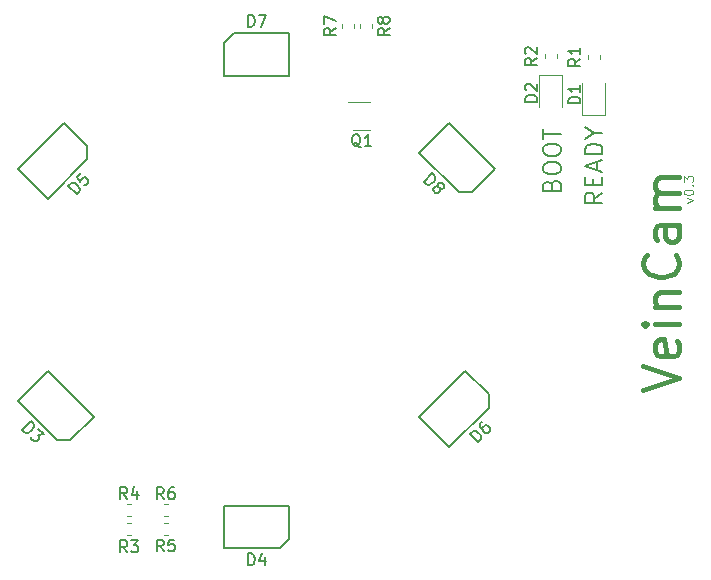
<source format=gbr>
G04 #@! TF.GenerationSoftware,KiCad,Pcbnew,(5.1.2)-1*
G04 #@! TF.CreationDate,2019-05-20T14:19:16+10:00*
G04 #@! TF.ProjectId,VeinCamHat,5665696e-4361-46d4-9861-742e6b696361,rev?*
G04 #@! TF.SameCoordinates,Original*
G04 #@! TF.FileFunction,Legend,Top*
G04 #@! TF.FilePolarity,Positive*
%FSLAX46Y46*%
G04 Gerber Fmt 4.6, Leading zero omitted, Abs format (unit mm)*
G04 Created by KiCad (PCBNEW (5.1.2)-1) date 2019-05-20 14:19:16*
%MOMM*%
%LPD*%
G04 APERTURE LIST*
%ADD10C,0.120000*%
%ADD11C,0.400000*%
%ADD12C,0.200000*%
%ADD13C,0.150000*%
G04 APERTURE END LIST*
D10*
X258428571Y-117542857D02*
X258961904Y-117352380D01*
X258428571Y-117161904D01*
X258161904Y-116704761D02*
X258161904Y-116628571D01*
X258200000Y-116552380D01*
X258238095Y-116514285D01*
X258314285Y-116476190D01*
X258466666Y-116438095D01*
X258657142Y-116438095D01*
X258809523Y-116476190D01*
X258885714Y-116514285D01*
X258923809Y-116552380D01*
X258961904Y-116628571D01*
X258961904Y-116704761D01*
X258923809Y-116780952D01*
X258885714Y-116819047D01*
X258809523Y-116857142D01*
X258657142Y-116895238D01*
X258466666Y-116895238D01*
X258314285Y-116857142D01*
X258238095Y-116819047D01*
X258200000Y-116780952D01*
X258161904Y-116704761D01*
X258885714Y-116095238D02*
X258923809Y-116057142D01*
X258961904Y-116095238D01*
X258923809Y-116133333D01*
X258885714Y-116095238D01*
X258961904Y-116095238D01*
X258161904Y-115790476D02*
X258161904Y-115295238D01*
X258466666Y-115561904D01*
X258466666Y-115447619D01*
X258504761Y-115371428D01*
X258542857Y-115333333D01*
X258619047Y-115295238D01*
X258809523Y-115295238D01*
X258885714Y-115333333D01*
X258923809Y-115371428D01*
X258961904Y-115447619D01*
X258961904Y-115676190D01*
X258923809Y-115752380D01*
X258885714Y-115790476D01*
D11*
X254757142Y-133414285D02*
X257757142Y-132414285D01*
X254757142Y-131414285D01*
X257614285Y-129271428D02*
X257757142Y-129557142D01*
X257757142Y-130128571D01*
X257614285Y-130414285D01*
X257328571Y-130557142D01*
X256185714Y-130557142D01*
X255900000Y-130414285D01*
X255757142Y-130128571D01*
X255757142Y-129557142D01*
X255900000Y-129271428D01*
X256185714Y-129128571D01*
X256471428Y-129128571D01*
X256757142Y-130557142D01*
X257757142Y-127842857D02*
X255757142Y-127842857D01*
X254757142Y-127842857D02*
X254900000Y-127985714D01*
X255042857Y-127842857D01*
X254900000Y-127700000D01*
X254757142Y-127842857D01*
X255042857Y-127842857D01*
X255757142Y-126414285D02*
X257757142Y-126414285D01*
X256042857Y-126414285D02*
X255900000Y-126271428D01*
X255757142Y-125985714D01*
X255757142Y-125557142D01*
X255900000Y-125271428D01*
X256185714Y-125128571D01*
X257757142Y-125128571D01*
X257471428Y-121985714D02*
X257614285Y-122128571D01*
X257757142Y-122557142D01*
X257757142Y-122842857D01*
X257614285Y-123271428D01*
X257328571Y-123557142D01*
X257042857Y-123700000D01*
X256471428Y-123842857D01*
X256042857Y-123842857D01*
X255471428Y-123700000D01*
X255185714Y-123557142D01*
X254900000Y-123271428D01*
X254757142Y-122842857D01*
X254757142Y-122557142D01*
X254900000Y-122128571D01*
X255042857Y-121985714D01*
X257757142Y-119414285D02*
X256185714Y-119414285D01*
X255900000Y-119557142D01*
X255757142Y-119842857D01*
X255757142Y-120414285D01*
X255900000Y-120700000D01*
X257614285Y-119414285D02*
X257757142Y-119700000D01*
X257757142Y-120414285D01*
X257614285Y-120700000D01*
X257328571Y-120842857D01*
X257042857Y-120842857D01*
X256757142Y-120700000D01*
X256614285Y-120414285D01*
X256614285Y-119700000D01*
X256471428Y-119414285D01*
X257757142Y-117985714D02*
X255757142Y-117985714D01*
X256042857Y-117985714D02*
X255900000Y-117842857D01*
X255757142Y-117557142D01*
X255757142Y-117128571D01*
X255900000Y-116842857D01*
X256185714Y-116700000D01*
X257757142Y-116700000D01*
X256185714Y-116700000D02*
X255900000Y-116557142D01*
X255757142Y-116271428D01*
X255757142Y-115842857D01*
X255900000Y-115557142D01*
X256185714Y-115414285D01*
X257757142Y-115414285D01*
D12*
X246967857Y-116060714D02*
X247039285Y-115846428D01*
X247110714Y-115775000D01*
X247253571Y-115703571D01*
X247467857Y-115703571D01*
X247610714Y-115775000D01*
X247682142Y-115846428D01*
X247753571Y-115989285D01*
X247753571Y-116560714D01*
X246253571Y-116560714D01*
X246253571Y-116060714D01*
X246325000Y-115917857D01*
X246396428Y-115846428D01*
X246539285Y-115775000D01*
X246682142Y-115775000D01*
X246825000Y-115846428D01*
X246896428Y-115917857D01*
X246967857Y-116060714D01*
X246967857Y-116560714D01*
X246253571Y-114775000D02*
X246253571Y-114489285D01*
X246325000Y-114346428D01*
X246467857Y-114203571D01*
X246753571Y-114132142D01*
X247253571Y-114132142D01*
X247539285Y-114203571D01*
X247682142Y-114346428D01*
X247753571Y-114489285D01*
X247753571Y-114775000D01*
X247682142Y-114917857D01*
X247539285Y-115060714D01*
X247253571Y-115132142D01*
X246753571Y-115132142D01*
X246467857Y-115060714D01*
X246325000Y-114917857D01*
X246253571Y-114775000D01*
X246253571Y-113203571D02*
X246253571Y-112917857D01*
X246325000Y-112775000D01*
X246467857Y-112632142D01*
X246753571Y-112560714D01*
X247253571Y-112560714D01*
X247539285Y-112632142D01*
X247682142Y-112775000D01*
X247753571Y-112917857D01*
X247753571Y-113203571D01*
X247682142Y-113346428D01*
X247539285Y-113489285D01*
X247253571Y-113560714D01*
X246753571Y-113560714D01*
X246467857Y-113489285D01*
X246325000Y-113346428D01*
X246253571Y-113203571D01*
X246253571Y-112132142D02*
X246253571Y-111275000D01*
X247753571Y-111703571D02*
X246253571Y-111703571D01*
X251278571Y-116700000D02*
X250564285Y-117200000D01*
X251278571Y-117557142D02*
X249778571Y-117557142D01*
X249778571Y-116985714D01*
X249850000Y-116842857D01*
X249921428Y-116771428D01*
X250064285Y-116700000D01*
X250278571Y-116700000D01*
X250421428Y-116771428D01*
X250492857Y-116842857D01*
X250564285Y-116985714D01*
X250564285Y-117557142D01*
X250492857Y-116057142D02*
X250492857Y-115557142D01*
X251278571Y-115342857D02*
X251278571Y-116057142D01*
X249778571Y-116057142D01*
X249778571Y-115342857D01*
X250850000Y-114771428D02*
X250850000Y-114057142D01*
X251278571Y-114914285D02*
X249778571Y-114414285D01*
X251278571Y-113914285D01*
X251278571Y-113414285D02*
X249778571Y-113414285D01*
X249778571Y-113057142D01*
X249850000Y-112842857D01*
X249992857Y-112700000D01*
X250135714Y-112628571D01*
X250421428Y-112557142D01*
X250635714Y-112557142D01*
X250921428Y-112628571D01*
X251064285Y-112700000D01*
X251207142Y-112842857D01*
X251278571Y-113057142D01*
X251278571Y-113414285D01*
X250564285Y-111628571D02*
X251278571Y-111628571D01*
X249778571Y-112128571D02*
X250564285Y-111628571D01*
X249778571Y-111128571D01*
D13*
X206237437Y-137651650D02*
X205106066Y-137651650D01*
X205106066Y-137651650D02*
X201782664Y-134328249D01*
X201782664Y-134328249D02*
X204328249Y-131782664D01*
X204328249Y-131782664D02*
X208217336Y-135671751D01*
X208217336Y-135671751D02*
X206237437Y-137651650D01*
X224750000Y-143200000D02*
X224750000Y-146000000D01*
X219250000Y-143200000D02*
X224750000Y-143200000D01*
X219250000Y-146800000D02*
X219250000Y-143200000D01*
X223950000Y-146800000D02*
X219250000Y-146800000D01*
X224750000Y-146000000D02*
X223950000Y-146800000D01*
X205671751Y-110782664D02*
X207651650Y-112762563D01*
X201782664Y-114671751D02*
X205671751Y-110782664D01*
X204328249Y-117217336D02*
X201782664Y-114671751D01*
X207651650Y-113893934D02*
X204328249Y-117217336D01*
X207651650Y-112762563D02*
X207651650Y-113893934D01*
X241651650Y-133762563D02*
X241651650Y-134893934D01*
X241651650Y-134893934D02*
X238328249Y-138217336D01*
X238328249Y-138217336D02*
X235782664Y-135671751D01*
X235782664Y-135671751D02*
X239671751Y-131782664D01*
X239671751Y-131782664D02*
X241651650Y-133762563D01*
D10*
X231600000Y-109040000D02*
X229700000Y-109040000D01*
X230200000Y-111360000D02*
X231600000Y-111360000D01*
X251047500Y-105362779D02*
X251047500Y-105037221D01*
X250027500Y-105362779D02*
X250027500Y-105037221D01*
X247410000Y-104987221D02*
X247410000Y-105312779D01*
X246390000Y-104987221D02*
X246390000Y-105312779D01*
X211037221Y-145710000D02*
X211362779Y-145710000D01*
X211037221Y-144690000D02*
X211362779Y-144690000D01*
X211037221Y-143090000D02*
X211362779Y-143090000D01*
X211037221Y-144110000D02*
X211362779Y-144110000D01*
X214462779Y-144690000D02*
X214137221Y-144690000D01*
X214462779Y-145710000D02*
X214137221Y-145710000D01*
X214462779Y-144110000D02*
X214137221Y-144110000D01*
X214462779Y-143090000D02*
X214137221Y-143090000D01*
X231810000Y-102762779D02*
X231810000Y-102437221D01*
X230790000Y-102762779D02*
X230790000Y-102437221D01*
X251510000Y-110085000D02*
X251510000Y-107400000D01*
X249590000Y-110085000D02*
X251510000Y-110085000D01*
X249590000Y-107400000D02*
X249590000Y-110085000D01*
X247860000Y-109412500D02*
X247860000Y-106727500D01*
X247860000Y-106727500D02*
X245940000Y-106727500D01*
X245940000Y-106727500D02*
X245940000Y-109412500D01*
D13*
X219250000Y-104000000D02*
X220050000Y-103200000D01*
X220050000Y-103200000D02*
X224750000Y-103200000D01*
X224750000Y-103200000D02*
X224750000Y-106800000D01*
X224750000Y-106800000D02*
X219250000Y-106800000D01*
X219250000Y-106800000D02*
X219250000Y-104000000D01*
X242217336Y-114671751D02*
X240237437Y-116651650D01*
X238328249Y-110782664D02*
X242217336Y-114671751D01*
X235782664Y-113328249D02*
X238328249Y-110782664D01*
X239106066Y-116651650D02*
X235782664Y-113328249D01*
X240237437Y-116651650D02*
X239106066Y-116651650D01*
D10*
X229190000Y-102762779D02*
X229190000Y-102437221D01*
X230210000Y-102762779D02*
X230210000Y-102437221D01*
D13*
X202178307Y-136777868D02*
X202885413Y-136070761D01*
X203053772Y-136239120D01*
X203121116Y-136373807D01*
X203121116Y-136508494D01*
X203087444Y-136609509D01*
X202986429Y-136777868D01*
X202885413Y-136878883D01*
X202717055Y-136979899D01*
X202616039Y-137013570D01*
X202481352Y-137013570D01*
X202346665Y-136946227D01*
X202178307Y-136777868D01*
X203525177Y-136710524D02*
X203962910Y-137148257D01*
X203457833Y-137181929D01*
X203558849Y-137282944D01*
X203592520Y-137383960D01*
X203592520Y-137451303D01*
X203558849Y-137552318D01*
X203390490Y-137720677D01*
X203289475Y-137754349D01*
X203222131Y-137754349D01*
X203121116Y-137720677D01*
X202919085Y-137518647D01*
X202885413Y-137417631D01*
X202885413Y-137350288D01*
X221261904Y-148252380D02*
X221261904Y-147252380D01*
X221500000Y-147252380D01*
X221642857Y-147300000D01*
X221738095Y-147395238D01*
X221785714Y-147490476D01*
X221833333Y-147680952D01*
X221833333Y-147823809D01*
X221785714Y-148014285D01*
X221738095Y-148109523D01*
X221642857Y-148204761D01*
X221500000Y-148252380D01*
X221261904Y-148252380D01*
X222690476Y-147585714D02*
X222690476Y-148252380D01*
X222452380Y-147204761D02*
X222214285Y-147919047D01*
X222833333Y-147919047D01*
X206777868Y-116821692D02*
X206070761Y-116114586D01*
X206239120Y-115946227D01*
X206373807Y-115878883D01*
X206508494Y-115878883D01*
X206609509Y-115912555D01*
X206777868Y-116013570D01*
X206878883Y-116114586D01*
X206979899Y-116282944D01*
X207013570Y-116383960D01*
X207013570Y-116518647D01*
X206946227Y-116653334D01*
X206777868Y-116821692D01*
X207114586Y-115070761D02*
X206777868Y-115407479D01*
X207080914Y-115777868D01*
X207080914Y-115710524D01*
X207114586Y-115609509D01*
X207282944Y-115441150D01*
X207383960Y-115407479D01*
X207451303Y-115407479D01*
X207552318Y-115441150D01*
X207720677Y-115609509D01*
X207754349Y-115710524D01*
X207754349Y-115777868D01*
X207720677Y-115878883D01*
X207552318Y-116047242D01*
X207451303Y-116080914D01*
X207383960Y-116080914D01*
X240777868Y-137821692D02*
X240070761Y-137114586D01*
X240239120Y-136946227D01*
X240373807Y-136878883D01*
X240508494Y-136878883D01*
X240609509Y-136912555D01*
X240777868Y-137013570D01*
X240878883Y-137114586D01*
X240979899Y-137282944D01*
X241013570Y-137383960D01*
X241013570Y-137518647D01*
X240946227Y-137653334D01*
X240777868Y-137821692D01*
X241080914Y-136104433D02*
X240946227Y-136239120D01*
X240912555Y-136340135D01*
X240912555Y-136407479D01*
X240946227Y-136575837D01*
X241047242Y-136744196D01*
X241316616Y-137013570D01*
X241417631Y-137047242D01*
X241484975Y-137047242D01*
X241585990Y-137013570D01*
X241720677Y-136878883D01*
X241754349Y-136777868D01*
X241754349Y-136710524D01*
X241720677Y-136609509D01*
X241552318Y-136441150D01*
X241451303Y-136407479D01*
X241383960Y-136407479D01*
X241282944Y-136441150D01*
X241148257Y-136575837D01*
X241114586Y-136676853D01*
X241114586Y-136744196D01*
X241148257Y-136845211D01*
X230804761Y-112847619D02*
X230709523Y-112800000D01*
X230614285Y-112704761D01*
X230471428Y-112561904D01*
X230376190Y-112514285D01*
X230280952Y-112514285D01*
X230328571Y-112752380D02*
X230233333Y-112704761D01*
X230138095Y-112609523D01*
X230090476Y-112419047D01*
X230090476Y-112085714D01*
X230138095Y-111895238D01*
X230233333Y-111800000D01*
X230328571Y-111752380D01*
X230519047Y-111752380D01*
X230614285Y-111800000D01*
X230709523Y-111895238D01*
X230757142Y-112085714D01*
X230757142Y-112419047D01*
X230709523Y-112609523D01*
X230614285Y-112704761D01*
X230519047Y-112752380D01*
X230328571Y-112752380D01*
X231709523Y-112752380D02*
X231138095Y-112752380D01*
X231423809Y-112752380D02*
X231423809Y-111752380D01*
X231328571Y-111895238D01*
X231233333Y-111990476D01*
X231138095Y-112038095D01*
X249402380Y-105366666D02*
X248926190Y-105700000D01*
X249402380Y-105938095D02*
X248402380Y-105938095D01*
X248402380Y-105557142D01*
X248450000Y-105461904D01*
X248497619Y-105414285D01*
X248592857Y-105366666D01*
X248735714Y-105366666D01*
X248830952Y-105414285D01*
X248878571Y-105461904D01*
X248926190Y-105557142D01*
X248926190Y-105938095D01*
X249402380Y-104414285D02*
X249402380Y-104985714D01*
X249402380Y-104700000D02*
X248402380Y-104700000D01*
X248545238Y-104795238D01*
X248640476Y-104890476D01*
X248688095Y-104985714D01*
X245702380Y-105316666D02*
X245226190Y-105650000D01*
X245702380Y-105888095D02*
X244702380Y-105888095D01*
X244702380Y-105507142D01*
X244750000Y-105411904D01*
X244797619Y-105364285D01*
X244892857Y-105316666D01*
X245035714Y-105316666D01*
X245130952Y-105364285D01*
X245178571Y-105411904D01*
X245226190Y-105507142D01*
X245226190Y-105888095D01*
X244797619Y-104935714D02*
X244750000Y-104888095D01*
X244702380Y-104792857D01*
X244702380Y-104554761D01*
X244750000Y-104459523D01*
X244797619Y-104411904D01*
X244892857Y-104364285D01*
X244988095Y-104364285D01*
X245130952Y-104411904D01*
X245702380Y-104983333D01*
X245702380Y-104364285D01*
X211033333Y-147152380D02*
X210700000Y-146676190D01*
X210461904Y-147152380D02*
X210461904Y-146152380D01*
X210842857Y-146152380D01*
X210938095Y-146200000D01*
X210985714Y-146247619D01*
X211033333Y-146342857D01*
X211033333Y-146485714D01*
X210985714Y-146580952D01*
X210938095Y-146628571D01*
X210842857Y-146676190D01*
X210461904Y-146676190D01*
X211366666Y-146152380D02*
X211985714Y-146152380D01*
X211652380Y-146533333D01*
X211795238Y-146533333D01*
X211890476Y-146580952D01*
X211938095Y-146628571D01*
X211985714Y-146723809D01*
X211985714Y-146961904D01*
X211938095Y-147057142D01*
X211890476Y-147104761D01*
X211795238Y-147152380D01*
X211509523Y-147152380D01*
X211414285Y-147104761D01*
X211366666Y-147057142D01*
X211033333Y-142622380D02*
X210700000Y-142146190D01*
X210461904Y-142622380D02*
X210461904Y-141622380D01*
X210842857Y-141622380D01*
X210938095Y-141670000D01*
X210985714Y-141717619D01*
X211033333Y-141812857D01*
X211033333Y-141955714D01*
X210985714Y-142050952D01*
X210938095Y-142098571D01*
X210842857Y-142146190D01*
X210461904Y-142146190D01*
X211890476Y-141955714D02*
X211890476Y-142622380D01*
X211652380Y-141574761D02*
X211414285Y-142289047D01*
X212033333Y-142289047D01*
X214133333Y-147082380D02*
X213800000Y-146606190D01*
X213561904Y-147082380D02*
X213561904Y-146082380D01*
X213942857Y-146082380D01*
X214038095Y-146130000D01*
X214085714Y-146177619D01*
X214133333Y-146272857D01*
X214133333Y-146415714D01*
X214085714Y-146510952D01*
X214038095Y-146558571D01*
X213942857Y-146606190D01*
X213561904Y-146606190D01*
X215038095Y-146082380D02*
X214561904Y-146082380D01*
X214514285Y-146558571D01*
X214561904Y-146510952D01*
X214657142Y-146463333D01*
X214895238Y-146463333D01*
X214990476Y-146510952D01*
X215038095Y-146558571D01*
X215085714Y-146653809D01*
X215085714Y-146891904D01*
X215038095Y-146987142D01*
X214990476Y-147034761D01*
X214895238Y-147082380D01*
X214657142Y-147082380D01*
X214561904Y-147034761D01*
X214514285Y-146987142D01*
X214133333Y-142652380D02*
X213800000Y-142176190D01*
X213561904Y-142652380D02*
X213561904Y-141652380D01*
X213942857Y-141652380D01*
X214038095Y-141700000D01*
X214085714Y-141747619D01*
X214133333Y-141842857D01*
X214133333Y-141985714D01*
X214085714Y-142080952D01*
X214038095Y-142128571D01*
X213942857Y-142176190D01*
X213561904Y-142176190D01*
X214990476Y-141652380D02*
X214800000Y-141652380D01*
X214704761Y-141700000D01*
X214657142Y-141747619D01*
X214561904Y-141890476D01*
X214514285Y-142080952D01*
X214514285Y-142461904D01*
X214561904Y-142557142D01*
X214609523Y-142604761D01*
X214704761Y-142652380D01*
X214895238Y-142652380D01*
X214990476Y-142604761D01*
X215038095Y-142557142D01*
X215085714Y-142461904D01*
X215085714Y-142223809D01*
X215038095Y-142128571D01*
X214990476Y-142080952D01*
X214895238Y-142033333D01*
X214704761Y-142033333D01*
X214609523Y-142080952D01*
X214561904Y-142128571D01*
X214514285Y-142223809D01*
X233252380Y-102766666D02*
X232776190Y-103100000D01*
X233252380Y-103338095D02*
X232252380Y-103338095D01*
X232252380Y-102957142D01*
X232300000Y-102861904D01*
X232347619Y-102814285D01*
X232442857Y-102766666D01*
X232585714Y-102766666D01*
X232680952Y-102814285D01*
X232728571Y-102861904D01*
X232776190Y-102957142D01*
X232776190Y-103338095D01*
X232680952Y-102195238D02*
X232633333Y-102290476D01*
X232585714Y-102338095D01*
X232490476Y-102385714D01*
X232442857Y-102385714D01*
X232347619Y-102338095D01*
X232300000Y-102290476D01*
X232252380Y-102195238D01*
X232252380Y-102004761D01*
X232300000Y-101909523D01*
X232347619Y-101861904D01*
X232442857Y-101814285D01*
X232490476Y-101814285D01*
X232585714Y-101861904D01*
X232633333Y-101909523D01*
X232680952Y-102004761D01*
X232680952Y-102195238D01*
X232728571Y-102290476D01*
X232776190Y-102338095D01*
X232871428Y-102385714D01*
X233061904Y-102385714D01*
X233157142Y-102338095D01*
X233204761Y-102290476D01*
X233252380Y-102195238D01*
X233252380Y-102004761D01*
X233204761Y-101909523D01*
X233157142Y-101861904D01*
X233061904Y-101814285D01*
X232871428Y-101814285D01*
X232776190Y-101861904D01*
X232728571Y-101909523D01*
X232680952Y-102004761D01*
X249402380Y-109138095D02*
X248402380Y-109138095D01*
X248402380Y-108900000D01*
X248450000Y-108757142D01*
X248545238Y-108661904D01*
X248640476Y-108614285D01*
X248830952Y-108566666D01*
X248973809Y-108566666D01*
X249164285Y-108614285D01*
X249259523Y-108661904D01*
X249354761Y-108757142D01*
X249402380Y-108900000D01*
X249402380Y-109138095D01*
X249402380Y-107614285D02*
X249402380Y-108185714D01*
X249402380Y-107900000D02*
X248402380Y-107900000D01*
X248545238Y-107995238D01*
X248640476Y-108090476D01*
X248688095Y-108185714D01*
X245752380Y-108988095D02*
X244752380Y-108988095D01*
X244752380Y-108750000D01*
X244800000Y-108607142D01*
X244895238Y-108511904D01*
X244990476Y-108464285D01*
X245180952Y-108416666D01*
X245323809Y-108416666D01*
X245514285Y-108464285D01*
X245609523Y-108511904D01*
X245704761Y-108607142D01*
X245752380Y-108750000D01*
X245752380Y-108988095D01*
X244847619Y-108035714D02*
X244800000Y-107988095D01*
X244752380Y-107892857D01*
X244752380Y-107654761D01*
X244800000Y-107559523D01*
X244847619Y-107511904D01*
X244942857Y-107464285D01*
X245038095Y-107464285D01*
X245180952Y-107511904D01*
X245752380Y-108083333D01*
X245752380Y-107464285D01*
X221261904Y-102652380D02*
X221261904Y-101652380D01*
X221500000Y-101652380D01*
X221642857Y-101700000D01*
X221738095Y-101795238D01*
X221785714Y-101890476D01*
X221833333Y-102080952D01*
X221833333Y-102223809D01*
X221785714Y-102414285D01*
X221738095Y-102509523D01*
X221642857Y-102604761D01*
X221500000Y-102652380D01*
X221261904Y-102652380D01*
X222166666Y-101652380D02*
X222833333Y-101652380D01*
X222404761Y-102652380D01*
X236178307Y-115777868D02*
X236885413Y-115070761D01*
X237053772Y-115239120D01*
X237121116Y-115373807D01*
X237121116Y-115508494D01*
X237087444Y-115609509D01*
X236986429Y-115777868D01*
X236885413Y-115878883D01*
X236717055Y-115979899D01*
X236616039Y-116013570D01*
X236481352Y-116013570D01*
X236346665Y-115946227D01*
X236178307Y-115777868D01*
X237390490Y-116181929D02*
X237356818Y-116080914D01*
X237356818Y-116013570D01*
X237390490Y-115912555D01*
X237424162Y-115878883D01*
X237525177Y-115845211D01*
X237592520Y-115845211D01*
X237693536Y-115878883D01*
X237828223Y-116013570D01*
X237861894Y-116114586D01*
X237861894Y-116181929D01*
X237828223Y-116282944D01*
X237794551Y-116316616D01*
X237693536Y-116350288D01*
X237626192Y-116350288D01*
X237525177Y-116316616D01*
X237390490Y-116181929D01*
X237289475Y-116148257D01*
X237222131Y-116148257D01*
X237121116Y-116181929D01*
X236986429Y-116316616D01*
X236952757Y-116417631D01*
X236952757Y-116484975D01*
X236986429Y-116585990D01*
X237121116Y-116720677D01*
X237222131Y-116754349D01*
X237289475Y-116754349D01*
X237390490Y-116720677D01*
X237525177Y-116585990D01*
X237558849Y-116484975D01*
X237558849Y-116417631D01*
X237525177Y-116316616D01*
X228722380Y-102766666D02*
X228246190Y-103100000D01*
X228722380Y-103338095D02*
X227722380Y-103338095D01*
X227722380Y-102957142D01*
X227770000Y-102861904D01*
X227817619Y-102814285D01*
X227912857Y-102766666D01*
X228055714Y-102766666D01*
X228150952Y-102814285D01*
X228198571Y-102861904D01*
X228246190Y-102957142D01*
X228246190Y-103338095D01*
X227722380Y-102433333D02*
X227722380Y-101766666D01*
X228722380Y-102195238D01*
M02*

</source>
